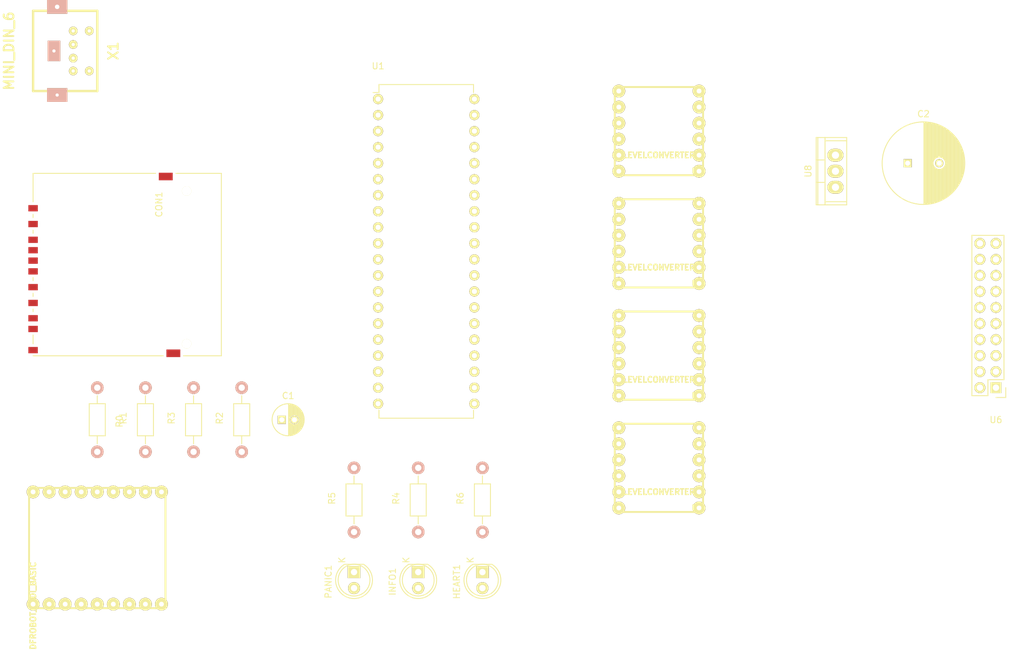
<source format=kicad_pcb>
(kicad_pcb (version 4) (host pcbnew "(2015-10-11 BZR 6260)-product")

  (general
    (links 109)
    (no_connects 109)
    (area 46.536 53.96042 209.078334 157.409065)
    (thickness 1.6)
    (drawings 0)
    (tracks 0)
    (zones 0)
    (modules 22)
    (nets 63)
  )

  (page USLetter)
  (title_block
    (title "Alice 3 IO board")
    (date 01/04/2016)
    (rev 1)
    (company "Earwig, Inc.")
    (comment 1 "Brad Grantham, grantham@plunk.org")
  )

  (layers
    (0 F.Cu signal)
    (31 B.Cu signal)
    (32 B.Adhes user)
    (33 F.Adhes user)
    (34 B.Paste user)
    (35 F.Paste user)
    (36 B.SilkS user)
    (37 F.SilkS user)
    (38 B.Mask user)
    (39 F.Mask user)
    (40 Dwgs.User user)
    (41 Cmts.User user)
    (42 Eco1.User user)
    (43 Eco2.User user)
    (44 Edge.Cuts user)
    (45 Margin user)
    (46 B.CrtYd user)
    (47 F.CrtYd user)
    (48 B.Fab user)
    (49 F.Fab user)
  )

  (setup
    (last_trace_width 0.25)
    (trace_clearance 0.2)
    (zone_clearance 0.508)
    (zone_45_only no)
    (trace_min 0.2)
    (segment_width 0.2)
    (edge_width 0.15)
    (via_size 0.6)
    (via_drill 0.4)
    (via_min_size 0.4)
    (via_min_drill 0.3)
    (uvia_size 0.3)
    (uvia_drill 0.1)
    (uvias_allowed no)
    (uvia_min_size 0.2)
    (uvia_min_drill 0.1)
    (pcb_text_width 0.3)
    (pcb_text_size 1.5 1.5)
    (mod_edge_width 0.15)
    (mod_text_size 1 1)
    (mod_text_width 0.15)
    (pad_size 1.524 1.524)
    (pad_drill 0.762)
    (pad_to_mask_clearance 0.2)
    (aux_axis_origin 0 0)
    (visible_elements FFFFFF7F)
    (pcbplotparams
      (layerselection 0x00030_80000001)
      (usegerberextensions false)
      (excludeedgelayer true)
      (linewidth 0.100000)
      (plotframeref false)
      (viasonmask false)
      (mode 1)
      (useauxorigin false)
      (hpglpennumber 1)
      (hpglpenspeed 20)
      (hpglpendiameter 15)
      (hpglpenoverlay 2)
      (psnegative false)
      (psa4output false)
      (plotreference true)
      (plotvalue true)
      (plotinvisibletext false)
      (padsonsilk false)
      (subtractmaskfromsilk false)
      (outputformat 1)
      (mirror false)
      (drillshape 1)
      (scaleselection 1)
      (outputdirectory ""))
  )

  (net 0 "")
  (net 1 +3V3)
  (net 2 GND)
  (net 3 /CS)
  (net 4 /DI)
  (net 5 /SCK)
  (net 6 /DO)
  (net 7 "Net-(CON1-Pad8)")
  (net 8 "Net-(CON1-Pad9)")
  (net 9 "Net-(CON1-Pad10)")
  (net 10 "Net-(CON1-Pad11)")
  (net 11 "Net-(CON1-Pad12)")
  (net 12 "Net-(CON1-Pad13)")
  (net 13 "Net-(HEART1-Pad1)")
  (net 14 "Net-(HEART1-Pad2)")
  (net 15 "Net-(INFO1-Pad1)")
  (net 16 "Net-(INFO1-Pad2)")
  (net 17 "Net-(PANIC1-Pad1)")
  (net 18 "Net-(PANIC1-Pad2)")
  (net 19 /D0)
  (net 20 /D1)
  (net 21 /D2)
  (net 22 /D3)
  (net 23 //IORQ)
  (net 24 "Net-(U1-Pad7)")
  (net 25 //RD)
  (net 26 //WR)
  (net 27 "Net-(U1-Pad13)")
  (net 28 "Net-(U1-Pad14)")
  (net 29 //WAIT)
  (net 30 //RESET)
  (net 31 //INT)
  (net 32 "Net-(U1-Pad21)")
  (net 33 "Net-(U1-Pad22)")
  (net 34 "Net-(U1-Pad25)")
  (net 35 "Net-(U1-Pad26)")
  (net 36 "Net-(U1-Pad27)")
  (net 37 "Net-(U1-Pad28)")
  (net 38 "Net-(U1-Pad29)")
  (net 39 //M1)
  (net 40 /A7)
  (net 41 "Net-(U1-Pad35)")
  (net 42 "Net-(U1-Pad36)")
  (net 43 /D4)
  (net 44 /D5)
  (net 45 /D7)
  (net 46 /D6)
  (net 47 +5V)
  (net 48 "Net-(U7-Pad1)")
  (net 49 "Net-(U7-Pad2)")
  (net 50 "Net-(U7-Pad4)")
  (net 51 "Net-(U7-Pad6)")
  (net 52 "Net-(U7-Pad7)")
  (net 53 "Net-(U7-Pad8)")
  (net 54 "Net-(U7-Pad11)")
  (net 55 "Net-(U7-Pad12)")
  (net 56 "Net-(U7-Pad13)")
  (net 57 "Net-(U7-Pad14)")
  (net 58 "Net-(U7-Pad15)")
  (net 59 "Net-(U7-Pad16)")
  (net 60 "Net-(U7-Pad17)")
  (net 61 "Net-(U7-Pad18)")
  (net 62 "Net-(X1-Pad2)")

  (net_class Default "This is the default net class."
    (clearance 0.2)
    (trace_width 0.25)
    (via_dia 0.6)
    (via_drill 0.4)
    (uvia_dia 0.3)
    (uvia_drill 0.1)
    (add_net +3V3)
    (add_net +5V)
    (add_net //INT)
    (add_net //IORQ)
    (add_net //M1)
    (add_net //RD)
    (add_net //RESET)
    (add_net //WAIT)
    (add_net //WR)
    (add_net /A7)
    (add_net /CS)
    (add_net /D0)
    (add_net /D1)
    (add_net /D2)
    (add_net /D3)
    (add_net /D4)
    (add_net /D5)
    (add_net /D6)
    (add_net /D7)
    (add_net /DI)
    (add_net /DO)
    (add_net /SCK)
    (add_net GND)
    (add_net "Net-(CON1-Pad10)")
    (add_net "Net-(CON1-Pad11)")
    (add_net "Net-(CON1-Pad12)")
    (add_net "Net-(CON1-Pad13)")
    (add_net "Net-(CON1-Pad8)")
    (add_net "Net-(CON1-Pad9)")
    (add_net "Net-(HEART1-Pad1)")
    (add_net "Net-(HEART1-Pad2)")
    (add_net "Net-(INFO1-Pad1)")
    (add_net "Net-(INFO1-Pad2)")
    (add_net "Net-(PANIC1-Pad1)")
    (add_net "Net-(PANIC1-Pad2)")
    (add_net "Net-(U1-Pad13)")
    (add_net "Net-(U1-Pad14)")
    (add_net "Net-(U1-Pad21)")
    (add_net "Net-(U1-Pad22)")
    (add_net "Net-(U1-Pad25)")
    (add_net "Net-(U1-Pad26)")
    (add_net "Net-(U1-Pad27)")
    (add_net "Net-(U1-Pad28)")
    (add_net "Net-(U1-Pad29)")
    (add_net "Net-(U1-Pad35)")
    (add_net "Net-(U1-Pad36)")
    (add_net "Net-(U1-Pad7)")
    (add_net "Net-(U7-Pad1)")
    (add_net "Net-(U7-Pad11)")
    (add_net "Net-(U7-Pad12)")
    (add_net "Net-(U7-Pad13)")
    (add_net "Net-(U7-Pad14)")
    (add_net "Net-(U7-Pad15)")
    (add_net "Net-(U7-Pad16)")
    (add_net "Net-(U7-Pad17)")
    (add_net "Net-(U7-Pad18)")
    (add_net "Net-(U7-Pad2)")
    (add_net "Net-(U7-Pad4)")
    (add_net "Net-(U7-Pad6)")
    (add_net "Net-(U7-Pad7)")
    (add_net "Net-(U7-Pad8)")
    (add_net "Net-(X1-Pad2)")
  )

  (module Capacitors_ThroughHole:C_Radial_D5_L11_P2 (layer F.Cu) (tedit 0) (tstamp 568AE0BE)
    (at 91.44 120.65)
    (descr "Radial Electrolytic Capacitor 5mm x Length 11mm, Pitch 2mm")
    (tags "Electrolytic Capacitor")
    (path /568A9C8C)
    (fp_text reference C1 (at 1 -3.8) (layer F.SilkS)
      (effects (font (size 1 1) (thickness 0.15)))
    )
    (fp_text value 22µF (at 1 3.8) (layer F.Fab)
      (effects (font (size 1 1) (thickness 0.15)))
    )
    (fp_line (start 1.075 -2.499) (end 1.075 2.499) (layer F.SilkS) (width 0.15))
    (fp_line (start 1.215 -2.491) (end 1.215 -0.154) (layer F.SilkS) (width 0.15))
    (fp_line (start 1.215 0.154) (end 1.215 2.491) (layer F.SilkS) (width 0.15))
    (fp_line (start 1.355 -2.475) (end 1.355 -0.473) (layer F.SilkS) (width 0.15))
    (fp_line (start 1.355 0.473) (end 1.355 2.475) (layer F.SilkS) (width 0.15))
    (fp_line (start 1.495 -2.451) (end 1.495 -0.62) (layer F.SilkS) (width 0.15))
    (fp_line (start 1.495 0.62) (end 1.495 2.451) (layer F.SilkS) (width 0.15))
    (fp_line (start 1.635 -2.418) (end 1.635 -0.712) (layer F.SilkS) (width 0.15))
    (fp_line (start 1.635 0.712) (end 1.635 2.418) (layer F.SilkS) (width 0.15))
    (fp_line (start 1.775 -2.377) (end 1.775 -0.768) (layer F.SilkS) (width 0.15))
    (fp_line (start 1.775 0.768) (end 1.775 2.377) (layer F.SilkS) (width 0.15))
    (fp_line (start 1.915 -2.327) (end 1.915 -0.795) (layer F.SilkS) (width 0.15))
    (fp_line (start 1.915 0.795) (end 1.915 2.327) (layer F.SilkS) (width 0.15))
    (fp_line (start 2.055 -2.266) (end 2.055 -0.798) (layer F.SilkS) (width 0.15))
    (fp_line (start 2.055 0.798) (end 2.055 2.266) (layer F.SilkS) (width 0.15))
    (fp_line (start 2.195 -2.196) (end 2.195 -0.776) (layer F.SilkS) (width 0.15))
    (fp_line (start 2.195 0.776) (end 2.195 2.196) (layer F.SilkS) (width 0.15))
    (fp_line (start 2.335 -2.114) (end 2.335 -0.726) (layer F.SilkS) (width 0.15))
    (fp_line (start 2.335 0.726) (end 2.335 2.114) (layer F.SilkS) (width 0.15))
    (fp_line (start 2.475 -2.019) (end 2.475 -0.644) (layer F.SilkS) (width 0.15))
    (fp_line (start 2.475 0.644) (end 2.475 2.019) (layer F.SilkS) (width 0.15))
    (fp_line (start 2.615 -1.908) (end 2.615 -0.512) (layer F.SilkS) (width 0.15))
    (fp_line (start 2.615 0.512) (end 2.615 1.908) (layer F.SilkS) (width 0.15))
    (fp_line (start 2.755 -1.78) (end 2.755 -0.265) (layer F.SilkS) (width 0.15))
    (fp_line (start 2.755 0.265) (end 2.755 1.78) (layer F.SilkS) (width 0.15))
    (fp_line (start 2.895 -1.631) (end 2.895 1.631) (layer F.SilkS) (width 0.15))
    (fp_line (start 3.035 -1.452) (end 3.035 1.452) (layer F.SilkS) (width 0.15))
    (fp_line (start 3.175 -1.233) (end 3.175 1.233) (layer F.SilkS) (width 0.15))
    (fp_line (start 3.315 -0.944) (end 3.315 0.944) (layer F.SilkS) (width 0.15))
    (fp_line (start 3.455 -0.472) (end 3.455 0.472) (layer F.SilkS) (width 0.15))
    (fp_circle (center 2 0) (end 2 -0.8) (layer F.SilkS) (width 0.15))
    (fp_circle (center 1 0) (end 1 -2.5375) (layer F.SilkS) (width 0.15))
    (fp_circle (center 1 0) (end 1 -2.8) (layer F.CrtYd) (width 0.05))
    (pad 1 thru_hole rect (at 0 0) (size 1.3 1.3) (drill 0.8) (layers *.Cu *.Mask F.SilkS)
      (net 1 +3V3))
    (pad 2 thru_hole circle (at 2 0) (size 1.3 1.3) (drill 0.8) (layers *.Cu *.Mask F.SilkS)
      (net 2 GND))
    (model Capacitors_ThroughHole.3dshapes/C_Radial_D5_L11_P2.wrl
      (at (xyz 0 0 0))
      (scale (xyz 1 1 1))
      (rotate (xyz 0 0 0))
    )
  )

  (module Capacitors_ThroughHole:C_Radial_D13_L25_P5 (layer F.Cu) (tedit 0) (tstamp 568AE0C4)
    (at 190.5 80.01)
    (descr "Radial Electrolytic Capacitor Diameter 13mm x Length 25mm, Pitch 5mm")
    (tags "Electrolytic Capacitor")
    (path /568A2F95)
    (fp_text reference C2 (at 2.5 -7.8) (layer F.SilkS)
      (effects (font (size 1 1) (thickness 0.15)))
    )
    (fp_text value 470µF (at 2.5 7.8) (layer F.Fab)
      (effects (font (size 1 1) (thickness 0.15)))
    )
    (fp_line (start 2.575 -6.5) (end 2.575 6.5) (layer F.SilkS) (width 0.15))
    (fp_line (start 2.715 -6.496) (end 2.715 6.496) (layer F.SilkS) (width 0.15))
    (fp_line (start 2.855 -6.49) (end 2.855 6.49) (layer F.SilkS) (width 0.15))
    (fp_line (start 2.995 -6.481) (end 2.995 6.481) (layer F.SilkS) (width 0.15))
    (fp_line (start 3.135 -6.469) (end 3.135 6.469) (layer F.SilkS) (width 0.15))
    (fp_line (start 3.275 -6.454) (end 3.275 6.454) (layer F.SilkS) (width 0.15))
    (fp_line (start 3.415 -6.435) (end 3.415 6.435) (layer F.SilkS) (width 0.15))
    (fp_line (start 3.555 -6.414) (end 3.555 6.414) (layer F.SilkS) (width 0.15))
    (fp_line (start 3.695 -6.389) (end 3.695 6.389) (layer F.SilkS) (width 0.15))
    (fp_line (start 3.835 -6.361) (end 3.835 6.361) (layer F.SilkS) (width 0.15))
    (fp_line (start 3.975 -6.33) (end 3.975 6.33) (layer F.SilkS) (width 0.15))
    (fp_line (start 4.115 -6.296) (end 4.115 -0.466) (layer F.SilkS) (width 0.15))
    (fp_line (start 4.115 0.466) (end 4.115 6.296) (layer F.SilkS) (width 0.15))
    (fp_line (start 4.255 -6.259) (end 4.255 -0.667) (layer F.SilkS) (width 0.15))
    (fp_line (start 4.255 0.667) (end 4.255 6.259) (layer F.SilkS) (width 0.15))
    (fp_line (start 4.395 -6.218) (end 4.395 -0.796) (layer F.SilkS) (width 0.15))
    (fp_line (start 4.395 0.796) (end 4.395 6.218) (layer F.SilkS) (width 0.15))
    (fp_line (start 4.535 -6.173) (end 4.535 -0.885) (layer F.SilkS) (width 0.15))
    (fp_line (start 4.535 0.885) (end 4.535 6.173) (layer F.SilkS) (width 0.15))
    (fp_line (start 4.675 -6.125) (end 4.675 -0.946) (layer F.SilkS) (width 0.15))
    (fp_line (start 4.675 0.946) (end 4.675 6.125) (layer F.SilkS) (width 0.15))
    (fp_line (start 4.815 -6.074) (end 4.815 -0.983) (layer F.SilkS) (width 0.15))
    (fp_line (start 4.815 0.983) (end 4.815 6.074) (layer F.SilkS) (width 0.15))
    (fp_line (start 4.955 -6.019) (end 4.955 -0.999) (layer F.SilkS) (width 0.15))
    (fp_line (start 4.955 0.999) (end 4.955 6.019) (layer F.SilkS) (width 0.15))
    (fp_line (start 5.095 -5.96) (end 5.095 -0.995) (layer F.SilkS) (width 0.15))
    (fp_line (start 5.095 0.995) (end 5.095 5.96) (layer F.SilkS) (width 0.15))
    (fp_line (start 5.235 -5.897) (end 5.235 -0.972) (layer F.SilkS) (width 0.15))
    (fp_line (start 5.235 0.972) (end 5.235 5.897) (layer F.SilkS) (width 0.15))
    (fp_line (start 5.375 -5.83) (end 5.375 -0.927) (layer F.SilkS) (width 0.15))
    (fp_line (start 5.375 0.927) (end 5.375 5.83) (layer F.SilkS) (width 0.15))
    (fp_line (start 5.515 -5.758) (end 5.515 -0.857) (layer F.SilkS) (width 0.15))
    (fp_line (start 5.515 0.857) (end 5.515 5.758) (layer F.SilkS) (width 0.15))
    (fp_line (start 5.655 -5.683) (end 5.655 -0.756) (layer F.SilkS) (width 0.15))
    (fp_line (start 5.655 0.756) (end 5.655 5.683) (layer F.SilkS) (width 0.15))
    (fp_line (start 5.795 -5.603) (end 5.795 -0.607) (layer F.SilkS) (width 0.15))
    (fp_line (start 5.795 0.607) (end 5.795 5.603) (layer F.SilkS) (width 0.15))
    (fp_line (start 5.935 -5.518) (end 5.935 -0.355) (layer F.SilkS) (width 0.15))
    (fp_line (start 5.935 0.355) (end 5.935 5.518) (layer F.SilkS) (width 0.15))
    (fp_line (start 6.075 -5.429) (end 6.075 5.429) (layer F.SilkS) (width 0.15))
    (fp_line (start 6.215 -5.334) (end 6.215 5.334) (layer F.SilkS) (width 0.15))
    (fp_line (start 6.355 -5.233) (end 6.355 5.233) (layer F.SilkS) (width 0.15))
    (fp_line (start 6.495 -5.127) (end 6.495 5.127) (layer F.SilkS) (width 0.15))
    (fp_line (start 6.635 -5.015) (end 6.635 5.015) (layer F.SilkS) (width 0.15))
    (fp_line (start 6.775 -4.896) (end 6.775 4.896) (layer F.SilkS) (width 0.15))
    (fp_line (start 6.915 -4.771) (end 6.915 4.771) (layer F.SilkS) (width 0.15))
    (fp_line (start 7.055 -4.637) (end 7.055 4.637) (layer F.SilkS) (width 0.15))
    (fp_line (start 7.195 -4.495) (end 7.195 4.495) (layer F.SilkS) (width 0.15))
    (fp_line (start 7.335 -4.344) (end 7.335 4.344) (layer F.SilkS) (width 0.15))
    (fp_line (start 7.475 -4.183) (end 7.475 4.183) (layer F.SilkS) (width 0.15))
    (fp_line (start 7.615 -4.011) (end 7.615 4.011) (layer F.SilkS) (width 0.15))
    (fp_line (start 7.755 -3.826) (end 7.755 3.826) (layer F.SilkS) (width 0.15))
    (fp_line (start 7.895 -3.625) (end 7.895 3.625) (layer F.SilkS) (width 0.15))
    (fp_line (start 8.035 -3.408) (end 8.035 3.408) (layer F.SilkS) (width 0.15))
    (fp_line (start 8.175 -3.169) (end 8.175 3.169) (layer F.SilkS) (width 0.15))
    (fp_line (start 8.315 -2.904) (end 8.315 2.904) (layer F.SilkS) (width 0.15))
    (fp_line (start 8.455 -2.605) (end 8.455 2.605) (layer F.SilkS) (width 0.15))
    (fp_line (start 8.595 -2.259) (end 8.595 2.259) (layer F.SilkS) (width 0.15))
    (fp_line (start 8.735 -1.837) (end 8.735 1.837) (layer F.SilkS) (width 0.15))
    (fp_line (start 8.875 -1.269) (end 8.875 1.269) (layer F.SilkS) (width 0.15))
    (fp_circle (center 5 0) (end 5 -1) (layer F.SilkS) (width 0.15))
    (fp_circle (center 2.5 0) (end 2.5 -6.5375) (layer F.SilkS) (width 0.15))
    (fp_circle (center 2.5 0) (end 2.5 -6.8) (layer F.CrtYd) (width 0.05))
    (pad 1 thru_hole rect (at 0 0) (size 1.3 1.3) (drill 0.8) (layers *.Cu *.Mask F.SilkS)
      (net 1 +3V3))
    (pad 2 thru_hole circle (at 5 0) (size 1.3 1.3) (drill 0.8) (layers *.Cu *.Mask F.SilkS)
      (net 2 GND))
    (model Capacitors_ThroughHole.3dshapes/C_Radial_D13_L25_P5.wrl
      (at (xyz 0.0984252 0 0))
      (scale (xyz 1 1 1))
      (rotate (xyz 0 0 90))
    )
  )

  (module Connect:SD_Card_Receptacle (layer F.Cu) (tedit 54A89A84) (tstamp 568AE0D7)
    (at 52.07 96.52 90)
    (path /56899BB6)
    (fp_text reference CON1 (at 9.96386 19.9312 90) (layer F.SilkS)
      (effects (font (size 1 1) (thickness 0.15)))
    )
    (fp_text value SD_Card (at -1.2 9 90) (layer F.Fab)
      (effects (font (size 1 1) (thickness 0.15)))
    )
    (fp_line (start -14.7 41.05) (end 15.5 41.05) (layer F.CrtYd) (width 0.05))
    (fp_line (start 15.5 41.05) (end 15.5 -1.25) (layer F.CrtYd) (width 0.05))
    (fp_line (start 15.5 -1.25) (end -14.7 -1.25) (layer F.CrtYd) (width 0.05))
    (fp_line (start -14.7 -1.25) (end -14.7 41.05) (layer F.CrtYd) (width 0.05))
    (fp_line (start 7.9 0) (end 8.4 0) (layer F.SilkS) (width 0.15))
    (fp_line (start 5.4 0) (end 5.9 0) (layer F.SilkS) (width 0.15))
    (fp_line (start -2.1 0) (end -1.6 0) (layer F.SilkS) (width 0.15))
    (fp_line (start -4.6 0) (end -4.1 0) (layer F.SilkS) (width 0.15))
    (fp_line (start -7 0) (end -6.6 0) (layer F.SilkS) (width 0.15))
    (fp_line (start -12.1 0) (end -10.7 0) (layer F.SilkS) (width 0.15))
    (fp_line (start -14 20.6) (end -14 0) (layer F.SilkS) (width 0.15))
    (fp_line (start 14.9 19.4) (end 14.9 0) (layer F.SilkS) (width 0.15))
    (fp_line (start 14.9 0) (end 10.4 0) (layer F.SilkS) (width 0.15))
    (fp_line (start 14.9 29.8) (end -14 29.8) (layer F.SilkS) (width 0.15))
    (fp_line (start -14 29.8) (end -14 23.8) (layer F.SilkS) (width 0.15))
    (fp_line (start 14.9 29.8) (end 14.9 22.6) (layer F.SilkS) (width 0.15))
    (pad 1 smd rect (at 6.875 0 90) (size 1 1.5) (layers F.Cu F.Paste F.Mask)
      (net 3 /CS))
    (pad 2 smd rect (at 4.375 0 90) (size 1 1.5) (layers F.Cu F.Paste F.Mask)
      (net 4 /DI))
    (pad 3 smd rect (at 1.075 0 90) (size 1 1.5) (layers F.Cu F.Paste F.Mask)
      (net 2 GND))
    (pad 4 smd rect (at -0.625 0 90) (size 1 1.5) (layers F.Cu F.Paste F.Mask)
      (net 1 +3V3))
    (pad 5 smd rect (at -3.125 0 90) (size 1 1.5) (layers F.Cu F.Paste F.Mask)
      (net 5 /SCK))
    (pad 6 smd rect (at -5.625 0 90) (size 1 1.5) (layers F.Cu F.Paste F.Mask)
      (net 2 GND))
    (pad 7 smd rect (at -8.05 0 90) (size 1 1.5) (layers F.Cu F.Paste F.Mask)
      (net 6 /DO))
    (pad 8 smd rect (at -9.75 0 90) (size 1 1.5) (layers F.Cu F.Paste F.Mask)
      (net 7 "Net-(CON1-Pad8)"))
    (pad 9 smd rect (at 9.375 0 90) (size 1 1.5) (layers F.Cu F.Paste F.Mask)
      (net 8 "Net-(CON1-Pad9)"))
    (pad 10 smd rect (at 2.725 0 90) (size 1 1.5) (layers F.Cu F.Paste F.Mask)
      (net 9 "Net-(CON1-Pad10)"))
    (pad 11 smd rect (at -13.1 0 90) (size 1 1.5) (layers F.Cu F.Paste F.Mask)
      (net 10 "Net-(CON1-Pad11)"))
    (pad 12 smd rect (at 14.4 21 90) (size 1.2 2.2) (layers F.Cu F.Paste F.Mask)
      (net 11 "Net-(CON1-Pad12)"))
    (pad 13 smd rect (at -13.6 22.2 90) (size 1.2 2.2) (layers F.Cu F.Paste F.Mask)
      (net 12 "Net-(CON1-Pad13)"))
    (pad "" np_thru_hole circle (at 12.1 24.3 90) (size 1.5 1.5) (drill 1.5) (layers *.Cu *.Mask F.SilkS))
    (pad "" np_thru_hole circle (at -12.1 24.3 90) (size 1.5 1.5) (drill 1.5) (layers *.Cu *.Mask F.SilkS))
  )

  (module LEDs:LED-5MM (layer F.Cu) (tedit 5570F7EA) (tstamp 568AE0E3)
    (at 123.19 144.78 270)
    (descr "LED 5mm round vertical")
    (tags "LED 5mm round vertical")
    (path /568A06A4)
    (fp_text reference HEART1 (at 1.524 4.064 270) (layer F.SilkS)
      (effects (font (size 1 1) (thickness 0.15)))
    )
    (fp_text value LED (at 1.524 -3.937 270) (layer F.Fab)
      (effects (font (size 1 1) (thickness 0.15)))
    )
    (fp_line (start -1.5 -1.55) (end -1.5 1.55) (layer F.CrtYd) (width 0.05))
    (fp_arc (start 1.3 0) (end -1.5 1.55) (angle -302) (layer F.CrtYd) (width 0.05))
    (fp_arc (start 1.27 0) (end -1.23 -1.5) (angle 297.5) (layer F.SilkS) (width 0.15))
    (fp_line (start -1.23 1.5) (end -1.23 -1.5) (layer F.SilkS) (width 0.15))
    (fp_circle (center 1.27 0) (end 0.97 -2.5) (layer F.SilkS) (width 0.15))
    (fp_text user K (at -1.905 1.905 270) (layer F.SilkS)
      (effects (font (size 1 1) (thickness 0.15)))
    )
    (pad 1 thru_hole rect (at 0 0) (size 2 1.9) (drill 1.00076) (layers *.Cu *.Mask F.SilkS)
      (net 13 "Net-(HEART1-Pad1)"))
    (pad 2 thru_hole circle (at 2.54 0 270) (size 1.9 1.9) (drill 1.00076) (layers *.Cu *.Mask F.SilkS)
      (net 14 "Net-(HEART1-Pad2)"))
    (model LEDs.3dshapes/LED-5MM.wrl
      (at (xyz 0.05 0 0))
      (scale (xyz 1 1 1))
      (rotate (xyz 0 0 90))
    )
  )

  (module LEDs:LED-5MM (layer F.Cu) (tedit 5570F7EA) (tstamp 568AE0EF)
    (at 113.03 144.78 270)
    (descr "LED 5mm round vertical")
    (tags "LED 5mm round vertical")
    (path /568A0E8E)
    (fp_text reference INFO1 (at 1.524 4.064 270) (layer F.SilkS)
      (effects (font (size 1 1) (thickness 0.15)))
    )
    (fp_text value LED (at 1.524 -3.937 270) (layer F.Fab)
      (effects (font (size 1 1) (thickness 0.15)))
    )
    (fp_line (start -1.5 -1.55) (end -1.5 1.55) (layer F.CrtYd) (width 0.05))
    (fp_arc (start 1.3 0) (end -1.5 1.55) (angle -302) (layer F.CrtYd) (width 0.05))
    (fp_arc (start 1.27 0) (end -1.23 -1.5) (angle 297.5) (layer F.SilkS) (width 0.15))
    (fp_line (start -1.23 1.5) (end -1.23 -1.5) (layer F.SilkS) (width 0.15))
    (fp_circle (center 1.27 0) (end 0.97 -2.5) (layer F.SilkS) (width 0.15))
    (fp_text user K (at -1.905 1.905 270) (layer F.SilkS)
      (effects (font (size 1 1) (thickness 0.15)))
    )
    (pad 1 thru_hole rect (at 0 0) (size 2 1.9) (drill 1.00076) (layers *.Cu *.Mask F.SilkS)
      (net 15 "Net-(INFO1-Pad1)"))
    (pad 2 thru_hole circle (at 2.54 0 270) (size 1.9 1.9) (drill 1.00076) (layers *.Cu *.Mask F.SilkS)
      (net 16 "Net-(INFO1-Pad2)"))
    (model LEDs.3dshapes/LED-5MM.wrl
      (at (xyz 0.05 0 0))
      (scale (xyz 1 1 1))
      (rotate (xyz 0 0 90))
    )
  )

  (module LEDs:LED-5MM (layer F.Cu) (tedit 5570F7EA) (tstamp 568AE0FB)
    (at 102.87 144.78 270)
    (descr "LED 5mm round vertical")
    (tags "LED 5mm round vertical")
    (path /568A071D)
    (fp_text reference PANIC1 (at 1.524 4.064 270) (layer F.SilkS)
      (effects (font (size 1 1) (thickness 0.15)))
    )
    (fp_text value LED (at 1.524 -3.937 270) (layer F.Fab)
      (effects (font (size 1 1) (thickness 0.15)))
    )
    (fp_line (start -1.5 -1.55) (end -1.5 1.55) (layer F.CrtYd) (width 0.05))
    (fp_arc (start 1.3 0) (end -1.5 1.55) (angle -302) (layer F.CrtYd) (width 0.05))
    (fp_arc (start 1.27 0) (end -1.23 -1.5) (angle 297.5) (layer F.SilkS) (width 0.15))
    (fp_line (start -1.23 1.5) (end -1.23 -1.5) (layer F.SilkS) (width 0.15))
    (fp_circle (center 1.27 0) (end 0.97 -2.5) (layer F.SilkS) (width 0.15))
    (fp_text user K (at -1.905 1.905 270) (layer F.SilkS)
      (effects (font (size 1 1) (thickness 0.15)))
    )
    (pad 1 thru_hole rect (at 0 0) (size 2 1.9) (drill 1.00076) (layers *.Cu *.Mask F.SilkS)
      (net 17 "Net-(PANIC1-Pad1)"))
    (pad 2 thru_hole circle (at 2.54 0 270) (size 1.9 1.9) (drill 1.00076) (layers *.Cu *.Mask F.SilkS)
      (net 18 "Net-(PANIC1-Pad2)"))
    (model LEDs.3dshapes/LED-5MM.wrl
      (at (xyz 0.05 0 0))
      (scale (xyz 1 1 1))
      (rotate (xyz 0 0 90))
    )
  )

  (module Resistors_ThroughHole:Resistor_Horizontal_RM10mm (layer F.Cu) (tedit 53F56209) (tstamp 568AE101)
    (at 62.23 120.65 270)
    (descr "Resistor, Axial,  RM 10mm, 1/3W,")
    (tags "Resistor, Axial, RM 10mm, 1/3W,")
    (path /5689A6F4)
    (fp_text reference R0 (at 0.24892 -3.50012 270) (layer F.SilkS)
      (effects (font (size 1 1) (thickness 0.15)))
    )
    (fp_text value 68K (at 3.81 3.81 270) (layer F.Fab)
      (effects (font (size 1 1) (thickness 0.15)))
    )
    (fp_line (start -2.54 -1.27) (end 2.54 -1.27) (layer F.SilkS) (width 0.15))
    (fp_line (start 2.54 -1.27) (end 2.54 1.27) (layer F.SilkS) (width 0.15))
    (fp_line (start 2.54 1.27) (end -2.54 1.27) (layer F.SilkS) (width 0.15))
    (fp_line (start -2.54 1.27) (end -2.54 -1.27) (layer F.SilkS) (width 0.15))
    (fp_line (start -2.54 0) (end -3.81 0) (layer F.SilkS) (width 0.15))
    (fp_line (start 2.54 0) (end 3.81 0) (layer F.SilkS) (width 0.15))
    (pad 1 thru_hole circle (at -5.08 0 270) (size 1.99898 1.99898) (drill 1.00076) (layers *.Cu *.SilkS *.Mask)
      (net 1 +3V3))
    (pad 2 thru_hole circle (at 5.08 0 270) (size 1.99898 1.99898) (drill 1.00076) (layers *.Cu *.SilkS *.Mask)
      (net 3 /CS))
    (model Resistors_ThroughHole.3dshapes/Resistor_Horizontal_RM10mm.wrl
      (at (xyz 0 0 0))
      (scale (xyz 0.4 0.4 0.4))
      (rotate (xyz 0 0 0))
    )
  )

  (module Resistors_ThroughHole:Resistor_Horizontal_RM10mm (layer F.Cu) (tedit 53F56209) (tstamp 568AE107)
    (at 69.85 120.65 90)
    (descr "Resistor, Axial,  RM 10mm, 1/3W,")
    (tags "Resistor, Axial, RM 10mm, 1/3W,")
    (path /5689A7DE)
    (fp_text reference R1 (at 0.24892 -3.50012 90) (layer F.SilkS)
      (effects (font (size 1 1) (thickness 0.15)))
    )
    (fp_text value 68K (at 3.81 3.81 90) (layer F.Fab)
      (effects (font (size 1 1) (thickness 0.15)))
    )
    (fp_line (start -2.54 -1.27) (end 2.54 -1.27) (layer F.SilkS) (width 0.15))
    (fp_line (start 2.54 -1.27) (end 2.54 1.27) (layer F.SilkS) (width 0.15))
    (fp_line (start 2.54 1.27) (end -2.54 1.27) (layer F.SilkS) (width 0.15))
    (fp_line (start -2.54 1.27) (end -2.54 -1.27) (layer F.SilkS) (width 0.15))
    (fp_line (start -2.54 0) (end -3.81 0) (layer F.SilkS) (width 0.15))
    (fp_line (start 2.54 0) (end 3.81 0) (layer F.SilkS) (width 0.15))
    (pad 1 thru_hole circle (at -5.08 0 90) (size 1.99898 1.99898) (drill 1.00076) (layers *.Cu *.SilkS *.Mask)
      (net 1 +3V3))
    (pad 2 thru_hole circle (at 5.08 0 90) (size 1.99898 1.99898) (drill 1.00076) (layers *.Cu *.SilkS *.Mask)
      (net 4 /DI))
    (model Resistors_ThroughHole.3dshapes/Resistor_Horizontal_RM10mm.wrl
      (at (xyz 0 0 0))
      (scale (xyz 0.4 0.4 0.4))
      (rotate (xyz 0 0 0))
    )
  )

  (module Resistors_ThroughHole:Resistor_Horizontal_RM10mm (layer F.Cu) (tedit 53F56209) (tstamp 568AE10D)
    (at 85.09 120.65 90)
    (descr "Resistor, Axial,  RM 10mm, 1/3W,")
    (tags "Resistor, Axial, RM 10mm, 1/3W,")
    (path /5689A7FF)
    (fp_text reference R2 (at 0.24892 -3.50012 90) (layer F.SilkS)
      (effects (font (size 1 1) (thickness 0.15)))
    )
    (fp_text value 68K (at 3.81 3.81 90) (layer F.Fab)
      (effects (font (size 1 1) (thickness 0.15)))
    )
    (fp_line (start -2.54 -1.27) (end 2.54 -1.27) (layer F.SilkS) (width 0.15))
    (fp_line (start 2.54 -1.27) (end 2.54 1.27) (layer F.SilkS) (width 0.15))
    (fp_line (start 2.54 1.27) (end -2.54 1.27) (layer F.SilkS) (width 0.15))
    (fp_line (start -2.54 1.27) (end -2.54 -1.27) (layer F.SilkS) (width 0.15))
    (fp_line (start -2.54 0) (end -3.81 0) (layer F.SilkS) (width 0.15))
    (fp_line (start 2.54 0) (end 3.81 0) (layer F.SilkS) (width 0.15))
    (pad 1 thru_hole circle (at -5.08 0 90) (size 1.99898 1.99898) (drill 1.00076) (layers *.Cu *.SilkS *.Mask)
      (net 1 +3V3))
    (pad 2 thru_hole circle (at 5.08 0 90) (size 1.99898 1.99898) (drill 1.00076) (layers *.Cu *.SilkS *.Mask)
      (net 5 /SCK))
    (model Resistors_ThroughHole.3dshapes/Resistor_Horizontal_RM10mm.wrl
      (at (xyz 0 0 0))
      (scale (xyz 0.4 0.4 0.4))
      (rotate (xyz 0 0 0))
    )
  )

  (module Resistors_ThroughHole:Resistor_Horizontal_RM10mm (layer F.Cu) (tedit 53F56209) (tstamp 568AE113)
    (at 77.47 120.65 90)
    (descr "Resistor, Axial,  RM 10mm, 1/3W,")
    (tags "Resistor, Axial, RM 10mm, 1/3W,")
    (path /5689A887)
    (fp_text reference R3 (at 0.24892 -3.50012 90) (layer F.SilkS)
      (effects (font (size 1 1) (thickness 0.15)))
    )
    (fp_text value 68K (at 3.81 3.81 90) (layer F.Fab)
      (effects (font (size 1 1) (thickness 0.15)))
    )
    (fp_line (start -2.54 -1.27) (end 2.54 -1.27) (layer F.SilkS) (width 0.15))
    (fp_line (start 2.54 -1.27) (end 2.54 1.27) (layer F.SilkS) (width 0.15))
    (fp_line (start 2.54 1.27) (end -2.54 1.27) (layer F.SilkS) (width 0.15))
    (fp_line (start -2.54 1.27) (end -2.54 -1.27) (layer F.SilkS) (width 0.15))
    (fp_line (start -2.54 0) (end -3.81 0) (layer F.SilkS) (width 0.15))
    (fp_line (start 2.54 0) (end 3.81 0) (layer F.SilkS) (width 0.15))
    (pad 1 thru_hole circle (at -5.08 0 90) (size 1.99898 1.99898) (drill 1.00076) (layers *.Cu *.SilkS *.Mask)
      (net 1 +3V3))
    (pad 2 thru_hole circle (at 5.08 0 90) (size 1.99898 1.99898) (drill 1.00076) (layers *.Cu *.SilkS *.Mask)
      (net 6 /DO))
    (model Resistors_ThroughHole.3dshapes/Resistor_Horizontal_RM10mm.wrl
      (at (xyz 0 0 0))
      (scale (xyz 0.4 0.4 0.4))
      (rotate (xyz 0 0 0))
    )
  )

  (module Resistors_ThroughHole:Resistor_Horizontal_RM10mm (layer F.Cu) (tedit 53F56209) (tstamp 568AE119)
    (at 113.03 133.35 90)
    (descr "Resistor, Axial,  RM 10mm, 1/3W,")
    (tags "Resistor, Axial, RM 10mm, 1/3W,")
    (path /568A0EE4)
    (fp_text reference R4 (at 0.24892 -3.50012 90) (layer F.SilkS)
      (effects (font (size 1 1) (thickness 0.15)))
    )
    (fp_text value 220 (at 3.81 3.81 90) (layer F.Fab)
      (effects (font (size 1 1) (thickness 0.15)))
    )
    (fp_line (start -2.54 -1.27) (end 2.54 -1.27) (layer F.SilkS) (width 0.15))
    (fp_line (start 2.54 -1.27) (end 2.54 1.27) (layer F.SilkS) (width 0.15))
    (fp_line (start 2.54 1.27) (end -2.54 1.27) (layer F.SilkS) (width 0.15))
    (fp_line (start -2.54 1.27) (end -2.54 -1.27) (layer F.SilkS) (width 0.15))
    (fp_line (start -2.54 0) (end -3.81 0) (layer F.SilkS) (width 0.15))
    (fp_line (start 2.54 0) (end 3.81 0) (layer F.SilkS) (width 0.15))
    (pad 1 thru_hole circle (at -5.08 0 90) (size 1.99898 1.99898) (drill 1.00076) (layers *.Cu *.SilkS *.Mask)
      (net 15 "Net-(INFO1-Pad1)"))
    (pad 2 thru_hole circle (at 5.08 0 90) (size 1.99898 1.99898) (drill 1.00076) (layers *.Cu *.SilkS *.Mask)
      (net 2 GND))
    (model Resistors_ThroughHole.3dshapes/Resistor_Horizontal_RM10mm.wrl
      (at (xyz 0 0 0))
      (scale (xyz 0.4 0.4 0.4))
      (rotate (xyz 0 0 0))
    )
  )

  (module Resistors_ThroughHole:Resistor_Horizontal_RM10mm (layer F.Cu) (tedit 53F56209) (tstamp 568AE11F)
    (at 102.87 133.35 90)
    (descr "Resistor, Axial,  RM 10mm, 1/3W,")
    (tags "Resistor, Axial, RM 10mm, 1/3W,")
    (path /568A0A99)
    (fp_text reference R5 (at 0.24892 -3.50012 90) (layer F.SilkS)
      (effects (font (size 1 1) (thickness 0.15)))
    )
    (fp_text value 220 (at 3.81 3.81 90) (layer F.Fab)
      (effects (font (size 1 1) (thickness 0.15)))
    )
    (fp_line (start -2.54 -1.27) (end 2.54 -1.27) (layer F.SilkS) (width 0.15))
    (fp_line (start 2.54 -1.27) (end 2.54 1.27) (layer F.SilkS) (width 0.15))
    (fp_line (start 2.54 1.27) (end -2.54 1.27) (layer F.SilkS) (width 0.15))
    (fp_line (start -2.54 1.27) (end -2.54 -1.27) (layer F.SilkS) (width 0.15))
    (fp_line (start -2.54 0) (end -3.81 0) (layer F.SilkS) (width 0.15))
    (fp_line (start 2.54 0) (end 3.81 0) (layer F.SilkS) (width 0.15))
    (pad 1 thru_hole circle (at -5.08 0 90) (size 1.99898 1.99898) (drill 1.00076) (layers *.Cu *.SilkS *.Mask)
      (net 17 "Net-(PANIC1-Pad1)"))
    (pad 2 thru_hole circle (at 5.08 0 90) (size 1.99898 1.99898) (drill 1.00076) (layers *.Cu *.SilkS *.Mask)
      (net 2 GND))
    (model Resistors_ThroughHole.3dshapes/Resistor_Horizontal_RM10mm.wrl
      (at (xyz 0 0 0))
      (scale (xyz 0.4 0.4 0.4))
      (rotate (xyz 0 0 0))
    )
  )

  (module Resistors_ThroughHole:Resistor_Horizontal_RM10mm (layer F.Cu) (tedit 53F56209) (tstamp 568AE125)
    (at 123.19 133.35 90)
    (descr "Resistor, Axial,  RM 10mm, 1/3W,")
    (tags "Resistor, Axial, RM 10mm, 1/3W,")
    (path /568A0ADF)
    (fp_text reference R6 (at 0.24892 -3.50012 90) (layer F.SilkS)
      (effects (font (size 1 1) (thickness 0.15)))
    )
    (fp_text value 220 (at 3.81 3.81 90) (layer F.Fab)
      (effects (font (size 1 1) (thickness 0.15)))
    )
    (fp_line (start -2.54 -1.27) (end 2.54 -1.27) (layer F.SilkS) (width 0.15))
    (fp_line (start 2.54 -1.27) (end 2.54 1.27) (layer F.SilkS) (width 0.15))
    (fp_line (start 2.54 1.27) (end -2.54 1.27) (layer F.SilkS) (width 0.15))
    (fp_line (start -2.54 1.27) (end -2.54 -1.27) (layer F.SilkS) (width 0.15))
    (fp_line (start -2.54 0) (end -3.81 0) (layer F.SilkS) (width 0.15))
    (fp_line (start 2.54 0) (end 3.81 0) (layer F.SilkS) (width 0.15))
    (pad 1 thru_hole circle (at -5.08 0 90) (size 1.99898 1.99898) (drill 1.00076) (layers *.Cu *.SilkS *.Mask)
      (net 13 "Net-(HEART1-Pad1)"))
    (pad 2 thru_hole circle (at 5.08 0 90) (size 1.99898 1.99898) (drill 1.00076) (layers *.Cu *.SilkS *.Mask)
      (net 2 GND))
    (model Resistors_ThroughHole.3dshapes/Resistor_Horizontal_RM10mm.wrl
      (at (xyz 0 0 0))
      (scale (xyz 0.4 0.4 0.4))
      (rotate (xyz 0 0 0))
    )
  )

  (module Housings_DIP:DIP-40_W15.24mm (layer F.Cu) (tedit 54130A77) (tstamp 568AE151)
    (at 106.68 69.85)
    (descr "40-lead dip package, row spacing 15.24 mm (600 mils)")
    (tags "dil dip 2.54 600")
    (path /568996B3)
    (fp_text reference U1 (at 0 -5.22) (layer F.SilkS)
      (effects (font (size 1 1) (thickness 0.15)))
    )
    (fp_text value MiniM4-D40 (at 0 -3.72) (layer F.Fab)
      (effects (font (size 1 1) (thickness 0.15)))
    )
    (fp_line (start -1.05 -2.45) (end -1.05 50.75) (layer F.CrtYd) (width 0.05))
    (fp_line (start 16.3 -2.45) (end 16.3 50.75) (layer F.CrtYd) (width 0.05))
    (fp_line (start -1.05 -2.45) (end 16.3 -2.45) (layer F.CrtYd) (width 0.05))
    (fp_line (start -1.05 50.75) (end 16.3 50.75) (layer F.CrtYd) (width 0.05))
    (fp_line (start 0.135 -2.295) (end 0.135 -1.025) (layer F.SilkS) (width 0.15))
    (fp_line (start 15.105 -2.295) (end 15.105 -1.025) (layer F.SilkS) (width 0.15))
    (fp_line (start 15.105 50.555) (end 15.105 49.285) (layer F.SilkS) (width 0.15))
    (fp_line (start 0.135 50.555) (end 0.135 49.285) (layer F.SilkS) (width 0.15))
    (fp_line (start 0.135 -2.295) (end 15.105 -2.295) (layer F.SilkS) (width 0.15))
    (fp_line (start 0.135 50.555) (end 15.105 50.555) (layer F.SilkS) (width 0.15))
    (fp_line (start 0.135 -1.025) (end -0.8 -1.025) (layer F.SilkS) (width 0.15))
    (pad 1 thru_hole oval (at 0 0) (size 1.6 1.6) (drill 0.8) (layers *.Cu *.Mask F.SilkS)
      (net 1 +3V3))
    (pad 2 thru_hole oval (at 0 2.54) (size 1.6 1.6) (drill 0.8) (layers *.Cu *.Mask F.SilkS)
      (net 19 /D0))
    (pad 3 thru_hole oval (at 0 5.08) (size 1.6 1.6) (drill 0.8) (layers *.Cu *.Mask F.SilkS)
      (net 20 /D1))
    (pad 4 thru_hole oval (at 0 7.62) (size 1.6 1.6) (drill 0.8) (layers *.Cu *.Mask F.SilkS)
      (net 21 /D2))
    (pad 5 thru_hole oval (at 0 10.16) (size 1.6 1.6) (drill 0.8) (layers *.Cu *.Mask F.SilkS)
      (net 22 /D3))
    (pad 6 thru_hole oval (at 0 12.7) (size 1.6 1.6) (drill 0.8) (layers *.Cu *.Mask F.SilkS)
      (net 23 //IORQ))
    (pad 7 thru_hole oval (at 0 15.24) (size 1.6 1.6) (drill 0.8) (layers *.Cu *.Mask F.SilkS)
      (net 24 "Net-(U1-Pad7)"))
    (pad 8 thru_hole oval (at 0 17.78) (size 1.6 1.6) (drill 0.8) (layers *.Cu *.Mask F.SilkS)
      (net 25 //RD))
    (pad 9 thru_hole oval (at 0 20.32) (size 1.6 1.6) (drill 0.8) (layers *.Cu *.Mask F.SilkS)
      (net 26 //WR))
    (pad 10 thru_hole oval (at 0 22.86) (size 1.6 1.6) (drill 0.8) (layers *.Cu *.Mask F.SilkS)
      (net 3 /CS))
    (pad 11 thru_hole oval (at 0 25.4) (size 1.6 1.6) (drill 0.8) (layers *.Cu *.Mask F.SilkS)
      (net 1 +3V3))
    (pad 12 thru_hole oval (at 0 27.94) (size 1.6 1.6) (drill 0.8) (layers *.Cu *.Mask F.SilkS)
      (net 2 GND))
    (pad 13 thru_hole oval (at 0 30.48) (size 1.6 1.6) (drill 0.8) (layers *.Cu *.Mask F.SilkS)
      (net 27 "Net-(U1-Pad13)"))
    (pad 14 thru_hole oval (at 0 33.02) (size 1.6 1.6) (drill 0.8) (layers *.Cu *.Mask F.SilkS)
      (net 28 "Net-(U1-Pad14)"))
    (pad 15 thru_hole oval (at 0 35.56) (size 1.6 1.6) (drill 0.8) (layers *.Cu *.Mask F.SilkS)
      (net 29 //WAIT))
    (pad 16 thru_hole oval (at 0 38.1) (size 1.6 1.6) (drill 0.8) (layers *.Cu *.Mask F.SilkS)
      (net 16 "Net-(INFO1-Pad2)"))
    (pad 17 thru_hole oval (at 0 40.64) (size 1.6 1.6) (drill 0.8) (layers *.Cu *.Mask F.SilkS)
      (net 18 "Net-(PANIC1-Pad2)"))
    (pad 18 thru_hole oval (at 0 43.18) (size 1.6 1.6) (drill 0.8) (layers *.Cu *.Mask F.SilkS)
      (net 5 /SCK))
    (pad 19 thru_hole oval (at 0 45.72) (size 1.6 1.6) (drill 0.8) (layers *.Cu *.Mask F.SilkS)
      (net 30 //RESET))
    (pad 20 thru_hole oval (at 0 48.26) (size 1.6 1.6) (drill 0.8) (layers *.Cu *.Mask F.SilkS)
      (net 31 //INT))
    (pad 21 thru_hole oval (at 15.24 48.26) (size 1.6 1.6) (drill 0.8) (layers *.Cu *.Mask F.SilkS)
      (net 32 "Net-(U1-Pad21)"))
    (pad 22 thru_hole oval (at 15.24 45.72) (size 1.6 1.6) (drill 0.8) (layers *.Cu *.Mask F.SilkS)
      (net 33 "Net-(U1-Pad22)"))
    (pad 23 thru_hole oval (at 15.24 43.18) (size 1.6 1.6) (drill 0.8) (layers *.Cu *.Mask F.SilkS)
      (net 6 /DO))
    (pad 24 thru_hole oval (at 15.24 40.64) (size 1.6 1.6) (drill 0.8) (layers *.Cu *.Mask F.SilkS)
      (net 4 /DI))
    (pad 25 thru_hole oval (at 15.24 38.1) (size 1.6 1.6) (drill 0.8) (layers *.Cu *.Mask F.SilkS)
      (net 34 "Net-(U1-Pad25)"))
    (pad 26 thru_hole oval (at 15.24 35.56) (size 1.6 1.6) (drill 0.8) (layers *.Cu *.Mask F.SilkS)
      (net 35 "Net-(U1-Pad26)"))
    (pad 27 thru_hole oval (at 15.24 33.02) (size 1.6 1.6) (drill 0.8) (layers *.Cu *.Mask F.SilkS)
      (net 36 "Net-(U1-Pad27)"))
    (pad 28 thru_hole oval (at 15.24 30.48) (size 1.6 1.6) (drill 0.8) (layers *.Cu *.Mask F.SilkS)
      (net 37 "Net-(U1-Pad28)"))
    (pad 29 thru_hole oval (at 15.24 27.94) (size 1.6 1.6) (drill 0.8) (layers *.Cu *.Mask F.SilkS)
      (net 38 "Net-(U1-Pad29)"))
    (pad 30 thru_hole oval (at 15.24 25.4) (size 1.6 1.6) (drill 0.8) (layers *.Cu *.Mask F.SilkS)
      (net 14 "Net-(HEART1-Pad2)"))
    (pad 31 thru_hole oval (at 15.24 22.86) (size 1.6 1.6) (drill 0.8) (layers *.Cu *.Mask F.SilkS)
      (net 2 GND))
    (pad 32 thru_hole oval (at 15.24 20.32) (size 1.6 1.6) (drill 0.8) (layers *.Cu *.Mask F.SilkS)
      (net 1 +3V3))
    (pad 33 thru_hole oval (at 15.24 17.78) (size 1.6 1.6) (drill 0.8) (layers *.Cu *.Mask F.SilkS)
      (net 39 //M1))
    (pad 34 thru_hole oval (at 15.24 15.24) (size 1.6 1.6) (drill 0.8) (layers *.Cu *.Mask F.SilkS)
      (net 40 /A7))
    (pad 35 thru_hole oval (at 15.24 12.7) (size 1.6 1.6) (drill 0.8) (layers *.Cu *.Mask F.SilkS)
      (net 41 "Net-(U1-Pad35)"))
    (pad 36 thru_hole oval (at 15.24 10.16) (size 1.6 1.6) (drill 0.8) (layers *.Cu *.Mask F.SilkS)
      (net 42 "Net-(U1-Pad36)"))
    (pad 37 thru_hole oval (at 15.24 7.62) (size 1.6 1.6) (drill 0.8) (layers *.Cu *.Mask F.SilkS)
      (net 43 /D4))
    (pad 38 thru_hole oval (at 15.24 5.08) (size 1.6 1.6) (drill 0.8) (layers *.Cu *.Mask F.SilkS)
      (net 44 /D5))
    (pad 39 thru_hole oval (at 15.24 2.54) (size 1.6 1.6) (drill 0.8) (layers *.Cu *.Mask F.SilkS)
      (net 45 /D7))
    (pad 40 thru_hole oval (at 15.24 0) (size 1.6 1.6) (drill 0.8) (layers *.Cu *.Mask F.SilkS)
      (net 46 /D6))
    (model Housings_DIP.3dshapes/DIP-40_W15.24mm.wrl
      (at (xyz 0 0 0))
      (scale (xyz 1 1 1))
      (rotate (xyz 0 0 0))
    )
  )

  (module "level converter:LEVELCONV" (layer F.Cu) (tedit 568AAB8C) (tstamp 568AE161)
    (at 157.48 99.06 90)
    (descr "Sparkfun Level Converter")
    (path /5689EF51)
    (fp_text reference U2 (at 0 -0.254 360) (layer F.SilkS)
      (effects (font (size 0.889 0.889) (thickness 0.3048)))
    )
    (fp_text value LEVELCONVERTER (at 2.54 -6.35 360) (layer F.SilkS)
      (effects (font (size 0.889 0.889) (thickness 0.3048)))
    )
    (fp_line (start -0.635 0.635) (end 13.335 0.635) (layer F.SilkS) (width 0.3048))
    (fp_line (start 13.335 0.635) (end 13.335 -13.335) (layer F.SilkS) (width 0.3048))
    (fp_line (start 13.335 -13.335) (end -0.635 -13.335) (layer F.SilkS) (width 0.3048))
    (fp_line (start -0.635 -13.335) (end -0.635 0.635) (layer F.SilkS) (width 0.3048))
    (pad 1 thru_hole circle (at 0 0 90) (size 2.032 2.032) (drill 0.762) (layers *.Cu *.Mask F.SilkS)
      (net 19 /D0))
    (pad 2 thru_hole circle (at 2.54 0 90) (size 2.032 2.032) (drill 0.762) (layers *.Cu *.Mask F.SilkS)
      (net 20 /D1))
    (pad 3 thru_hole circle (at 5.08 0 90) (size 2.032 2.032) (drill 0.762) (layers *.Cu *.Mask F.SilkS)
      (net 1 +3V3))
    (pad 4 thru_hole circle (at 7.62 0 90) (size 2.032 2.032) (drill 0.762) (layers *.Cu *.Mask F.SilkS)
      (net 2 GND))
    (pad 5 thru_hole circle (at 10.16 0 90) (size 2.032 2.032) (drill 0.762) (layers *.Cu *.Mask F.SilkS)
      (net 21 /D2))
    (pad 6 thru_hole circle (at 12.7 0 90) (size 2.032 2.032) (drill 0.762) (layers *.Cu *.Mask F.SilkS)
      (net 22 /D3))
    (pad 7 thru_hole circle (at 12.7 -12.7 270) (size 2.032 2.032) (drill 0.762) (layers *.Cu *.Mask F.SilkS)
      (net 22 /D3))
    (pad 8 thru_hole circle (at 10.16 -12.7 270) (size 2.032 2.032) (drill 0.762) (layers *.Cu *.Mask F.SilkS)
      (net 21 /D2))
    (pad 9 thru_hole circle (at 7.62 -12.7 270) (size 2.032 2.032) (drill 0.762) (layers *.Cu *.Mask F.SilkS)
      (net 2 GND))
    (pad 10 thru_hole circle (at 5.08 -12.7 270) (size 2.032 2.032) (drill 0.762) (layers *.Cu *.Mask F.SilkS)
      (net 47 +5V))
    (pad 11 thru_hole circle (at 2.54 -12.7 270) (size 2.032 2.032) (drill 0.762) (layers *.Cu *.Mask F.SilkS)
      (net 20 /D1))
    (pad 12 thru_hole circle (at 0 -12.7 270) (size 2.032 2.032) (drill 0.762) (layers *.Cu *.Mask F.SilkS)
      (net 19 /D0))
  )

  (module "level converter:LEVELCONV" (layer F.Cu) (tedit 568AAB8C) (tstamp 568AE171)
    (at 157.48 81.28 90)
    (descr "Sparkfun Level Converter")
    (path /5689EFD1)
    (fp_text reference U3 (at 0 -0.254 360) (layer F.SilkS)
      (effects (font (size 0.889 0.889) (thickness 0.3048)))
    )
    (fp_text value LEVELCONVERTER (at 2.54 -6.35 360) (layer F.SilkS)
      (effects (font (size 0.889 0.889) (thickness 0.3048)))
    )
    (fp_line (start -0.635 0.635) (end 13.335 0.635) (layer F.SilkS) (width 0.3048))
    (fp_line (start 13.335 0.635) (end 13.335 -13.335) (layer F.SilkS) (width 0.3048))
    (fp_line (start 13.335 -13.335) (end -0.635 -13.335) (layer F.SilkS) (width 0.3048))
    (fp_line (start -0.635 -13.335) (end -0.635 0.635) (layer F.SilkS) (width 0.3048))
    (pad 1 thru_hole circle (at 0 0 90) (size 2.032 2.032) (drill 0.762) (layers *.Cu *.Mask F.SilkS)
      (net 43 /D4))
    (pad 2 thru_hole circle (at 2.54 0 90) (size 2.032 2.032) (drill 0.762) (layers *.Cu *.Mask F.SilkS)
      (net 44 /D5))
    (pad 3 thru_hole circle (at 5.08 0 90) (size 2.032 2.032) (drill 0.762) (layers *.Cu *.Mask F.SilkS)
      (net 1 +3V3))
    (pad 4 thru_hole circle (at 7.62 0 90) (size 2.032 2.032) (drill 0.762) (layers *.Cu *.Mask F.SilkS)
      (net 2 GND))
    (pad 5 thru_hole circle (at 10.16 0 90) (size 2.032 2.032) (drill 0.762) (layers *.Cu *.Mask F.SilkS)
      (net 46 /D6))
    (pad 6 thru_hole circle (at 12.7 0 90) (size 2.032 2.032) (drill 0.762) (layers *.Cu *.Mask F.SilkS)
      (net 45 /D7))
    (pad 7 thru_hole circle (at 12.7 -12.7 270) (size 2.032 2.032) (drill 0.762) (layers *.Cu *.Mask F.SilkS)
      (net 45 /D7))
    (pad 8 thru_hole circle (at 10.16 -12.7 270) (size 2.032 2.032) (drill 0.762) (layers *.Cu *.Mask F.SilkS)
      (net 46 /D6))
    (pad 9 thru_hole circle (at 7.62 -12.7 270) (size 2.032 2.032) (drill 0.762) (layers *.Cu *.Mask F.SilkS)
      (net 2 GND))
    (pad 10 thru_hole circle (at 5.08 -12.7 270) (size 2.032 2.032) (drill 0.762) (layers *.Cu *.Mask F.SilkS)
      (net 47 +5V))
    (pad 11 thru_hole circle (at 2.54 -12.7 270) (size 2.032 2.032) (drill 0.762) (layers *.Cu *.Mask F.SilkS)
      (net 44 /D5))
    (pad 12 thru_hole circle (at 0 -12.7 270) (size 2.032 2.032) (drill 0.762) (layers *.Cu *.Mask F.SilkS)
      (net 43 /D4))
  )

  (module "level converter:LEVELCONV" (layer F.Cu) (tedit 568AAB8C) (tstamp 568AE181)
    (at 157.48 116.84 90)
    (descr "Sparkfun Level Converter")
    (path /5689F020)
    (fp_text reference U4 (at 0 -0.254 360) (layer F.SilkS)
      (effects (font (size 0.889 0.889) (thickness 0.3048)))
    )
    (fp_text value LEVELCONVERTER (at 2.54 -6.35 360) (layer F.SilkS)
      (effects (font (size 0.889 0.889) (thickness 0.3048)))
    )
    (fp_line (start -0.635 0.635) (end 13.335 0.635) (layer F.SilkS) (width 0.3048))
    (fp_line (start 13.335 0.635) (end 13.335 -13.335) (layer F.SilkS) (width 0.3048))
    (fp_line (start 13.335 -13.335) (end -0.635 -13.335) (layer F.SilkS) (width 0.3048))
    (fp_line (start -0.635 -13.335) (end -0.635 0.635) (layer F.SilkS) (width 0.3048))
    (pad 1 thru_hole circle (at 0 0 90) (size 2.032 2.032) (drill 0.762) (layers *.Cu *.Mask F.SilkS)
      (net 23 //IORQ))
    (pad 2 thru_hole circle (at 2.54 0 90) (size 2.032 2.032) (drill 0.762) (layers *.Cu *.Mask F.SilkS)
      (net 25 //RD))
    (pad 3 thru_hole circle (at 5.08 0 90) (size 2.032 2.032) (drill 0.762) (layers *.Cu *.Mask F.SilkS)
      (net 1 +3V3))
    (pad 4 thru_hole circle (at 7.62 0 90) (size 2.032 2.032) (drill 0.762) (layers *.Cu *.Mask F.SilkS)
      (net 2 GND))
    (pad 5 thru_hole circle (at 10.16 0 90) (size 2.032 2.032) (drill 0.762) (layers *.Cu *.Mask F.SilkS)
      (net 26 //WR))
    (pad 6 thru_hole circle (at 12.7 0 90) (size 2.032 2.032) (drill 0.762) (layers *.Cu *.Mask F.SilkS)
      (net 40 /A7))
    (pad 7 thru_hole circle (at 12.7 -12.7 270) (size 2.032 2.032) (drill 0.762) (layers *.Cu *.Mask F.SilkS)
      (net 40 /A7))
    (pad 8 thru_hole circle (at 10.16 -12.7 270) (size 2.032 2.032) (drill 0.762) (layers *.Cu *.Mask F.SilkS)
      (net 26 //WR))
    (pad 9 thru_hole circle (at 7.62 -12.7 270) (size 2.032 2.032) (drill 0.762) (layers *.Cu *.Mask F.SilkS)
      (net 2 GND))
    (pad 10 thru_hole circle (at 5.08 -12.7 270) (size 2.032 2.032) (drill 0.762) (layers *.Cu *.Mask F.SilkS)
      (net 47 +5V))
    (pad 11 thru_hole circle (at 2.54 -12.7 270) (size 2.032 2.032) (drill 0.762) (layers *.Cu *.Mask F.SilkS)
      (net 25 //RD))
    (pad 12 thru_hole circle (at 0 -12.7 270) (size 2.032 2.032) (drill 0.762) (layers *.Cu *.Mask F.SilkS)
      (net 23 //IORQ))
  )

  (module "level converter:LEVELCONV" (layer F.Cu) (tedit 568AAB8C) (tstamp 568AE191)
    (at 157.48 134.62 90)
    (descr "Sparkfun Level Converter")
    (path /5689F069)
    (fp_text reference U5 (at 0 -0.254 360) (layer F.SilkS)
      (effects (font (size 0.889 0.889) (thickness 0.3048)))
    )
    (fp_text value LEVELCONVERTER (at 2.54 -6.35 360) (layer F.SilkS)
      (effects (font (size 0.889 0.889) (thickness 0.3048)))
    )
    (fp_line (start -0.635 0.635) (end 13.335 0.635) (layer F.SilkS) (width 0.3048))
    (fp_line (start 13.335 0.635) (end 13.335 -13.335) (layer F.SilkS) (width 0.3048))
    (fp_line (start 13.335 -13.335) (end -0.635 -13.335) (layer F.SilkS) (width 0.3048))
    (fp_line (start -0.635 -13.335) (end -0.635 0.635) (layer F.SilkS) (width 0.3048))
    (pad 1 thru_hole circle (at 0 0 90) (size 2.032 2.032) (drill 0.762) (layers *.Cu *.Mask F.SilkS)
      (net 31 //INT))
    (pad 2 thru_hole circle (at 2.54 0 90) (size 2.032 2.032) (drill 0.762) (layers *.Cu *.Mask F.SilkS)
      (net 30 //RESET))
    (pad 3 thru_hole circle (at 5.08 0 90) (size 2.032 2.032) (drill 0.762) (layers *.Cu *.Mask F.SilkS)
      (net 1 +3V3))
    (pad 4 thru_hole circle (at 7.62 0 90) (size 2.032 2.032) (drill 0.762) (layers *.Cu *.Mask F.SilkS)
      (net 2 GND))
    (pad 5 thru_hole circle (at 10.16 0 90) (size 2.032 2.032) (drill 0.762) (layers *.Cu *.Mask F.SilkS)
      (net 29 //WAIT))
    (pad 6 thru_hole circle (at 12.7 0 90) (size 2.032 2.032) (drill 0.762) (layers *.Cu *.Mask F.SilkS)
      (net 39 //M1))
    (pad 7 thru_hole circle (at 12.7 -12.7 270) (size 2.032 2.032) (drill 0.762) (layers *.Cu *.Mask F.SilkS)
      (net 39 //M1))
    (pad 8 thru_hole circle (at 10.16 -12.7 270) (size 2.032 2.032) (drill 0.762) (layers *.Cu *.Mask F.SilkS)
      (net 29 //WAIT))
    (pad 9 thru_hole circle (at 7.62 -12.7 270) (size 2.032 2.032) (drill 0.762) (layers *.Cu *.Mask F.SilkS)
      (net 2 GND))
    (pad 10 thru_hole circle (at 5.08 -12.7 270) (size 2.032 2.032) (drill 0.762) (layers *.Cu *.Mask F.SilkS)
      (net 47 +5V))
    (pad 11 thru_hole circle (at 2.54 -12.7 270) (size 2.032 2.032) (drill 0.762) (layers *.Cu *.Mask F.SilkS)
      (net 30 //RESET))
    (pad 12 thru_hole circle (at 0 -12.7 270) (size 2.032 2.032) (drill 0.762) (layers *.Cu *.Mask F.SilkS)
      (net 31 //INT))
  )

  (module Pin_Headers:Pin_Header_Straight_2x10 (layer F.Cu) (tedit 0) (tstamp 568AE1A9)
    (at 204.47 115.57 180)
    (descr "Through hole pin header")
    (tags "pin header")
    (path /5689E4BC)
    (fp_text reference U6 (at 0 -5.1 180) (layer F.SilkS)
      (effects (font (size 1 1) (thickness 0.15)))
    )
    (fp_text value Alice_3_bus (at 0 -3.1 180) (layer F.Fab)
      (effects (font (size 1 1) (thickness 0.15)))
    )
    (fp_line (start -1.75 -1.75) (end -1.75 24.65) (layer F.CrtYd) (width 0.05))
    (fp_line (start 4.3 -1.75) (end 4.3 24.65) (layer F.CrtYd) (width 0.05))
    (fp_line (start -1.75 -1.75) (end 4.3 -1.75) (layer F.CrtYd) (width 0.05))
    (fp_line (start -1.75 24.65) (end 4.3 24.65) (layer F.CrtYd) (width 0.05))
    (fp_line (start 3.81 24.13) (end 3.81 -1.27) (layer F.SilkS) (width 0.15))
    (fp_line (start -1.27 1.27) (end -1.27 24.13) (layer F.SilkS) (width 0.15))
    (fp_line (start 3.81 24.13) (end -1.27 24.13) (layer F.SilkS) (width 0.15))
    (fp_line (start 3.81 -1.27) (end 1.27 -1.27) (layer F.SilkS) (width 0.15))
    (fp_line (start 0 -1.55) (end -1.55 -1.55) (layer F.SilkS) (width 0.15))
    (fp_line (start 1.27 -1.27) (end 1.27 1.27) (layer F.SilkS) (width 0.15))
    (fp_line (start 1.27 1.27) (end -1.27 1.27) (layer F.SilkS) (width 0.15))
    (fp_line (start -1.55 -1.55) (end -1.55 0) (layer F.SilkS) (width 0.15))
    (pad 1 thru_hole rect (at 0 0 180) (size 1.7272 1.7272) (drill 1.016) (layers *.Cu *.Mask F.SilkS)
      (net 2 GND))
    (pad 2 thru_hole oval (at 2.54 0 180) (size 1.7272 1.7272) (drill 1.016) (layers *.Cu *.Mask F.SilkS)
      (net 47 +5V))
    (pad 3 thru_hole oval (at 0 2.54 180) (size 1.7272 1.7272) (drill 1.016) (layers *.Cu *.Mask F.SilkS)
      (net 31 //INT))
    (pad 4 thru_hole oval (at 2.54 2.54 180) (size 1.7272 1.7272) (drill 1.016) (layers *.Cu *.Mask F.SilkS)
      (net 30 //RESET))
    (pad 5 thru_hole oval (at 0 5.08 180) (size 1.7272 1.7272) (drill 1.016) (layers *.Cu *.Mask F.SilkS)
      (net 29 //WAIT))
    (pad 6 thru_hole oval (at 2.54 5.08 180) (size 1.7272 1.7272) (drill 1.016) (layers *.Cu *.Mask F.SilkS)
      (net 39 //M1))
    (pad 7 thru_hole oval (at 0 7.62 180) (size 1.7272 1.7272) (drill 1.016) (layers *.Cu *.Mask F.SilkS)
      (net 25 //RD))
    (pad 8 thru_hole oval (at 2.54 7.62 180) (size 1.7272 1.7272) (drill 1.016) (layers *.Cu *.Mask F.SilkS)
      (net 26 //WR))
    (pad 9 thru_hole oval (at 0 10.16 180) (size 1.7272 1.7272) (drill 1.016) (layers *.Cu *.Mask F.SilkS)
      (net 23 //IORQ))
    (pad 10 thru_hole oval (at 2.54 10.16 180) (size 1.7272 1.7272) (drill 1.016) (layers *.Cu *.Mask F.SilkS)
      (net 47 +5V))
    (pad 11 thru_hole oval (at 0 12.7 180) (size 1.7272 1.7272) (drill 1.016) (layers *.Cu *.Mask F.SilkS)
      (net 19 /D0))
    (pad 12 thru_hole oval (at 2.54 12.7 180) (size 1.7272 1.7272) (drill 1.016) (layers *.Cu *.Mask F.SilkS)
      (net 20 /D1))
    (pad 13 thru_hole oval (at 0 15.24 180) (size 1.7272 1.7272) (drill 1.016) (layers *.Cu *.Mask F.SilkS)
      (net 21 /D2))
    (pad 14 thru_hole oval (at 2.54 15.24 180) (size 1.7272 1.7272) (drill 1.016) (layers *.Cu *.Mask F.SilkS)
      (net 22 /D3))
    (pad 15 thru_hole oval (at 0 17.78 180) (size 1.7272 1.7272) (drill 1.016) (layers *.Cu *.Mask F.SilkS)
      (net 43 /D4))
    (pad 16 thru_hole oval (at 2.54 17.78 180) (size 1.7272 1.7272) (drill 1.016) (layers *.Cu *.Mask F.SilkS)
      (net 44 /D5))
    (pad 17 thru_hole oval (at 0 20.32 180) (size 1.7272 1.7272) (drill 1.016) (layers *.Cu *.Mask F.SilkS)
      (net 46 /D6))
    (pad 18 thru_hole oval (at 2.54 20.32 180) (size 1.7272 1.7272) (drill 1.016) (layers *.Cu *.Mask F.SilkS)
      (net 45 /D7))
    (pad 19 thru_hole oval (at 0 22.86 180) (size 1.7272 1.7272) (drill 1.016) (layers *.Cu *.Mask F.SilkS)
      (net 40 /A7))
    (pad 20 thru_hole oval (at 2.54 22.86 180) (size 1.7272 1.7272) (drill 1.016) (layers *.Cu *.Mask F.SilkS)
      (net 2 GND))
    (model Pin_Headers.3dshapes/Pin_Header_Straight_2x10.wrl
      (at (xyz 0.05 -0.45 0))
      (scale (xyz 1 1 1))
      (rotate (xyz 0 0 90))
    )
  )

  (module "ftdi basic breakout:FTDIBASIC" (layer F.Cu) (tedit 200000) (tstamp 568AE1BF)
    (at 52.07 149.86)
    (descr "DFRobot FTDI Basic Breakout")
    (path /568A1F83)
    (fp_text reference U7 (at 0 -0.254 270) (layer F.SilkS)
      (effects (font (size 0.889 0.889) (thickness 0.3048)))
    )
    (fp_text value DFROBOT_FTDI_BASIC (at 0 0.254 270) (layer F.SilkS)
      (effects (font (size 0.889 0.889) (thickness 0.3048)))
    )
    (fp_line (start -0.635 0.635) (end 20.955 0.635) (layer F.SilkS) (width 0.3048))
    (fp_line (start 20.955 0.635) (end 20.955 -18.415) (layer F.SilkS) (width 0.3048))
    (fp_line (start 20.955 -18.415) (end -0.635 -18.415) (layer F.SilkS) (width 0.3048))
    (fp_line (start -0.635 -18.415) (end -0.635 0.635) (layer F.SilkS) (width 0.3048))
    (pad 1 thru_hole circle (at 0 0) (size 2.032 2.032) (drill 0.762) (layers *.Cu *.Mask F.SilkS)
      (net 48 "Net-(U7-Pad1)"))
    (pad 2 thru_hole circle (at 2.54 0) (size 2.032 2.032) (drill 0.762) (layers *.Cu *.Mask F.SilkS)
      (net 49 "Net-(U7-Pad2)"))
    (pad 3 thru_hole circle (at 5.08 0) (size 2.032 2.032) (drill 0.762) (layers *.Cu *.Mask F.SilkS)
      (net 2 GND))
    (pad 4 thru_hole circle (at 7.62 0) (size 2.032 2.032) (drill 0.762) (layers *.Cu *.Mask F.SilkS)
      (net 50 "Net-(U7-Pad4)"))
    (pad 5 thru_hole circle (at 10.16 0) (size 2.032 2.032) (drill 0.762) (layers *.Cu *.Mask F.SilkS)
      (net 34 "Net-(U1-Pad25)"))
    (pad 6 thru_hole circle (at 12.7 0) (size 2.032 2.032) (drill 0.762) (layers *.Cu *.Mask F.SilkS)
      (net 51 "Net-(U7-Pad6)"))
    (pad 7 thru_hole circle (at 15.24 0) (size 2.032 2.032) (drill 0.762) (layers *.Cu *.Mask F.SilkS)
      (net 52 "Net-(U7-Pad7)"))
    (pad 8 thru_hole circle (at 17.78 0) (size 2.032 2.032) (drill 0.762) (layers *.Cu *.Mask F.SilkS)
      (net 53 "Net-(U7-Pad8)"))
    (pad 9 thru_hole circle (at 20.32 0) (size 2.032 2.032) (drill 0.762) (layers *.Cu *.Mask F.SilkS)
      (net 35 "Net-(U1-Pad26)"))
    (pad 10 thru_hole circle (at 20.32 -17.78 180) (size 2.032 2.032) (drill 0.762) (layers *.Cu *.Mask F.SilkS)
      (net 2 GND))
    (pad 11 thru_hole circle (at 17.78 -17.78 180) (size 2.032 2.032) (drill 0.762) (layers *.Cu *.Mask F.SilkS)
      (net 54 "Net-(U7-Pad11)"))
    (pad 12 thru_hole circle (at 15.24 -17.78 180) (size 2.032 2.032) (drill 0.762) (layers *.Cu *.Mask F.SilkS)
      (net 55 "Net-(U7-Pad12)"))
    (pad 13 thru_hole circle (at 12.7 -17.78 180) (size 2.032 2.032) (drill 0.762) (layers *.Cu *.Mask F.SilkS)
      (net 56 "Net-(U7-Pad13)"))
    (pad 14 thru_hole circle (at 10.16 -17.78 180) (size 2.032 2.032) (drill 0.762) (layers *.Cu *.Mask F.SilkS)
      (net 57 "Net-(U7-Pad14)"))
    (pad 15 thru_hole circle (at 7.62 -17.78 180) (size 2.032 2.032) (drill 0.762) (layers *.Cu *.Mask F.SilkS)
      (net 58 "Net-(U7-Pad15)"))
    (pad 16 thru_hole circle (at 5.08 -17.78 180) (size 2.032 2.032) (drill 0.762) (layers *.Cu *.Mask F.SilkS)
      (net 59 "Net-(U7-Pad16)"))
    (pad 17 thru_hole circle (at 2.54 -17.78 180) (size 2.032 2.032) (drill 0.762) (layers *.Cu *.Mask F.SilkS)
      (net 60 "Net-(U7-Pad17)"))
    (pad 18 thru_hole circle (at 0 -17.78 180) (size 2.032 2.032) (drill 0.762) (layers *.Cu *.Mask F.SilkS)
      (net 61 "Net-(U7-Pad18)"))
  )

  (module Power_Integrations:TO-220 (layer F.Cu) (tedit 0) (tstamp 568AE1D0)
    (at 179.07 81.28 90)
    (descr "Non Isolated JEDEC TO-220 Package")
    (tags "Power Integration YN Package")
    (path /568A2DDF)
    (fp_text reference U8 (at 0 -4.318 90) (layer F.SilkS)
      (effects (font (size 1 1) (thickness 0.15)))
    )
    (fp_text value LM2937-3.3 (at 0 -4.318 90) (layer F.Fab)
      (effects (font (size 1 1) (thickness 0.15)))
    )
    (fp_line (start 4.826 -1.651) (end 4.826 1.778) (layer F.SilkS) (width 0.15))
    (fp_line (start -4.826 -1.651) (end -4.826 1.778) (layer F.SilkS) (width 0.15))
    (fp_line (start 5.334 -2.794) (end -5.334 -2.794) (layer F.SilkS) (width 0.15))
    (fp_line (start 1.778 -1.778) (end 1.778 -3.048) (layer F.SilkS) (width 0.15))
    (fp_line (start -1.778 -1.778) (end -1.778 -3.048) (layer F.SilkS) (width 0.15))
    (fp_line (start -5.334 -1.651) (end 5.334 -1.651) (layer F.SilkS) (width 0.15))
    (fp_line (start 5.334 1.778) (end -5.334 1.778) (layer F.SilkS) (width 0.15))
    (fp_line (start -5.334 -3.048) (end -5.334 1.778) (layer F.SilkS) (width 0.15))
    (fp_line (start 5.334 -3.048) (end 5.334 1.778) (layer F.SilkS) (width 0.15))
    (fp_line (start 5.334 -3.048) (end -5.334 -3.048) (layer F.SilkS) (width 0.15))
    (pad 2 thru_hole oval (at 0 0 90) (size 2.032 2.54) (drill 1.143) (layers *.Cu *.Mask F.SilkS)
      (net 2 GND))
    (pad 3 thru_hole oval (at 2.54 0 90) (size 2.032 2.54) (drill 1.143) (layers *.Cu *.Mask F.SilkS)
      (net 1 +3V3))
    (pad 1 thru_hole oval (at -2.54 0 90) (size 2.032 2.54) (drill 1.143) (layers *.Cu *.Mask F.SilkS)
      (net 47 +5V))
  )

  (module r_mini_din:Mini_din6 (layer F.Cu) (tedit 44834E85) (tstamp 568AE1E2)
    (at 57.15 62.23 270)
    (tags "MINI DIN")
    (path /568A16C5)
    (fp_text reference X1 (at 0 -7.62 270) (layer F.SilkS)
      (effects (font (thickness 0.3048)))
    )
    (fp_text value MINI_DIN_6 (at 0 8.89 270) (layer F.SilkS)
      (effects (font (thickness 0.3048)))
    )
    (fp_line (start -6.35 1.27) (end -6.35 -5.08) (layer F.SilkS) (width 0.381))
    (fp_line (start -6.35 -5.08) (end 6.35 -5.08) (layer F.SilkS) (width 0.381))
    (fp_line (start 6.35 -5.08) (end 6.35 5.08) (layer F.SilkS) (width 0.381))
    (fp_line (start 6.35 5.08) (end -6.35 5.08) (layer F.SilkS) (width 0.381))
    (fp_line (start -6.35 5.08) (end -6.35 1.27) (layer F.SilkS) (width 0.381))
    (pad 4 thru_hole circle (at -1.016 -1.27 270) (size 1.3716 1.3716) (drill 0.508) (layers *.Cu *.Mask F.SilkS))
    (pad 3 thru_hole circle (at 1.143 -1.27 270) (size 1.3716 1.3716) (drill 0.508) (layers *.Cu *.Mask F.SilkS)
      (net 2 GND))
    (pad 1 thru_hole circle (at 3.175 -3.81 270) (size 1.3716 1.3716) (drill 0.508) (layers *.Cu *.Mask F.SilkS)
      (net 24 "Net-(U1-Pad7)"))
    (pad 6 thru_hole circle (at -3.175 -3.81 270) (size 1.3716 1.3716) (drill 0.508) (layers *.Cu *.Mask F.SilkS)
      (net 36 "Net-(U1-Pad27)"))
    (pad 5 thru_hole circle (at -3.175 -1.27 270) (size 1.3716 1.3716) (drill 0.508) (layers *.Cu *.Mask F.SilkS)
      (net 47 +5V))
    (pad 2 thru_hole circle (at 3.175 -1.27 270) (size 1.3716 1.3716) (drill 0.508) (layers *.Cu *.Mask F.SilkS)
      (net 62 "Net-(X1-Pad2)"))
    (pad GND thru_hole rect (at 0 1.778 270) (size 3.2004 1.99898) (drill 0.508) (layers *.Cu *.SilkS *.Mask))
    (pad GND thru_hole rect (at 6.985 1.27 270) (size 2.16916 3.2004) (drill 0.508) (layers *.Cu *.SilkS *.Mask))
    (pad GND thru_hole rect (at -6.985 1.27 270) (size 2.16916 3.2004) (drill 0.70104) (layers *.Cu *.SilkS *.Mask))
    (model r_mini_dins/minidin_6.wrl
      (at (xyz 0 0 0))
      (scale (xyz 1 1 1))
      (rotate (xyz 0 0 0))
    )
  )

)

</source>
